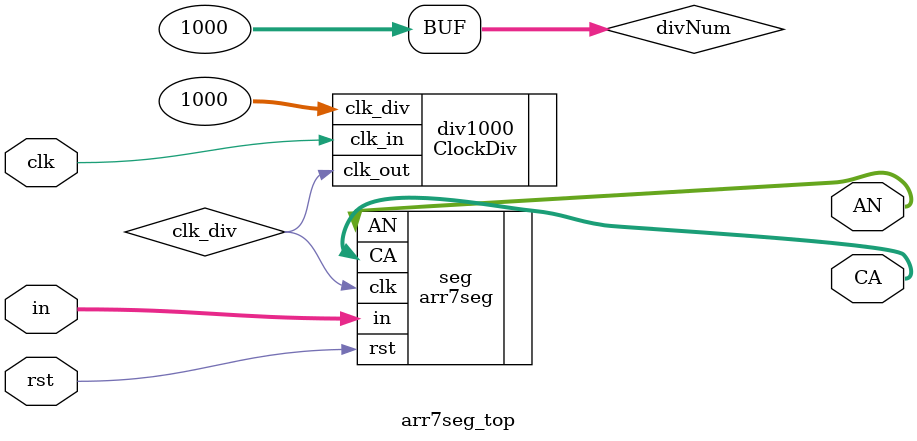
<source format=v>
`timescale 1ns / 1ps


module arr7seg_top(
    input clk,
    input rst,
    input [26:0] in,
    output [7:0] CA,
    output [7:0] AN
    );
    
    integer divNum = 1000;
    wire clk_div;
    
    ClockDiv div1000(.clk_in(clk),.clk_div(divNum),.clk_out(clk_div));
    arr7seg seg(.clk(clk_div),.rst(rst),.in(in),.CA(CA),.AN(AN));
    
    
endmodule

</source>
